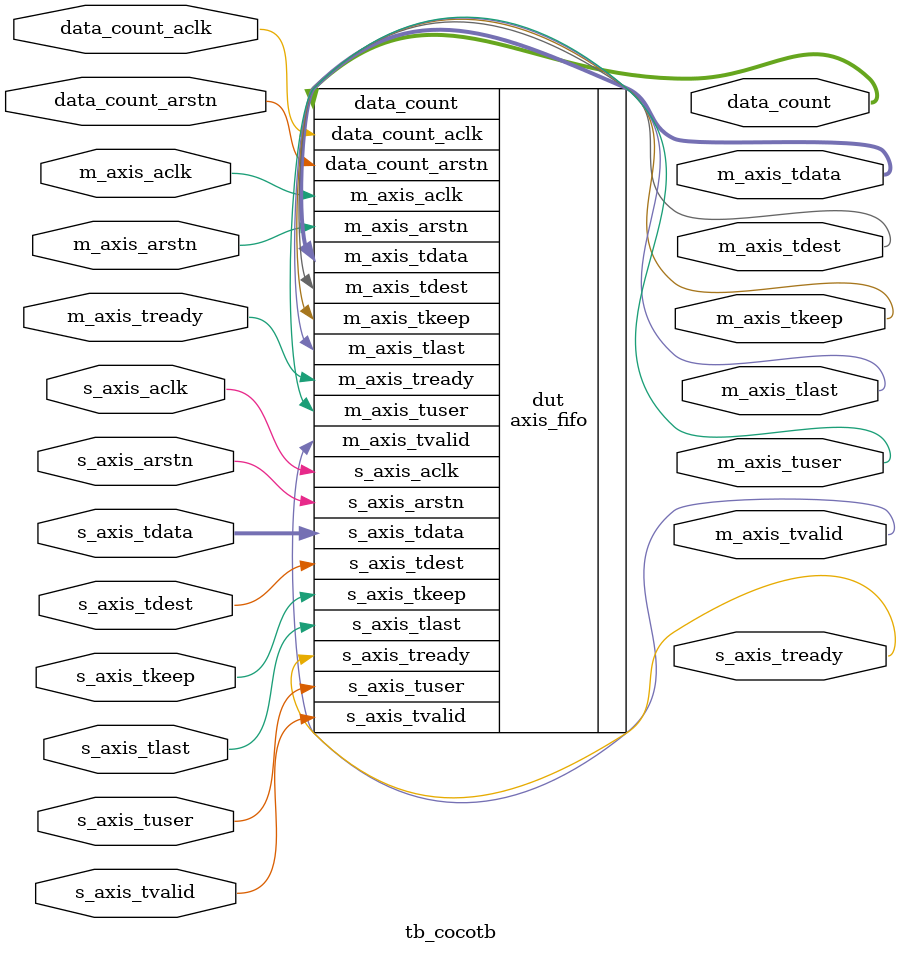
<source format=v>

`timescale 1ns/100ps

/*
 * Module: tb_cocotb
 *
 * Test bench for axis_fifo. This will run a file through the system
 * and write its output. These can then be compared to check for errors.
 * If the files are identical, no errors. A FST file will be written.
 *
 * Parameters:
 *
 *    FIFO_DEPTH  - Depth of the fifo, must be a power of two number(divisable aka 256 = 2^8). Any non-power of two will be rounded up to the next closest.
 *    COUNT_WIDTH - Data count output width in bits. Should be the same power of two as fifo depth(256 for fifo depth... this should be 8).
 *    BUS_WIDTH   - Width of the axis data bus input/output in bytes.
 *    USER_WIDTH  - Width of the axis user bus input/output in bits.
 *    DEST_WIDTH  - Width of the axis dest bus input/output in bits.
 *    RAM_TYPE    - RAM type setting.
 *    PACKET_MODE - Set axis fifo to wait for tlast before allowing a read on master port output.
 *    COUNT_DELAY - Delay count by one clock cycle of the data count clock.
 *    COUNT_ENA   - Enable count, set this to 0 to disable (only disable if read/write/data_count are on the same clock domain!).
 *
 * Ports:
 *
 *    m_axis_aclk       - Clock for AXIS
 *    m_axis_arstn      - Negative reset for AXIS
 *    m_axis_tvalid     - When active high the output data is valid
 *    m_axis_tready     - When set active high the output device is ready for data.
 *    m_axis_tdata      - Output data
 *    m_axis_tkeep      - Output valid byte indicator
 *    m_axis_tlast      - Indicates last word in stream.
 *    m_axis_tuser      - Output user bus
 *    m_axis_tdest      - Output destination
 *    s_axis_aclk       - Clock for AXIS
 *    s_axis_arstn      - Negative reset for AXIS
 *    s_axis_tvalid     - When set active high the input data is valid
 *    s_axis_tready     - When active high the device is ready for input data.
 *    s_axis_tdata      - Input data
 *    s_axis_tkeep      - Input valid byte indicator
 *    s_axis_tlast      - Is this the last word in the stream (active high).
 *    s_axis_tuser      - Input user bus
 *    s_axis_tdest      - Input desitination
 *    data_count_aclk   - Clock for data count
 *    data_count_arstn  - Negative edge reset for data count.
 *    data_count        - Output that indicates the amount of data in the FIFO.
 */
module tb_cocotb #(
    parameter FIFO_DEPTH  = 256,
    parameter COUNT_WIDTH = 8,
    parameter BUS_WIDTH   = 1,
    parameter USER_WIDTH  = 1,
    parameter DEST_WIDTH  = 1,
    parameter RAM_TYPE    = "block",
    parameter PACKET_MODE = 0,
    parameter COUNT_DELAY = 1,
    parameter COUNT_ENA   = 1
  )
  (
    input                       m_axis_aclk,
    input                       m_axis_arstn,
    output                      m_axis_tvalid,
    input                       m_axis_tready,
    output  [(BUS_WIDTH*8)-1:0] m_axis_tdata,
    output  [BUS_WIDTH-1:0]     m_axis_tkeep,
    output                      m_axis_tlast,
    output  [USER_WIDTH-1:0]    m_axis_tuser,
    output  [DEST_WIDTH-1:0]    m_axis_tdest,
    input                       s_axis_aclk,
    input                       s_axis_arstn,
    input                       s_axis_tvalid,
    output                      s_axis_tready,
    input   [(BUS_WIDTH*8)-1:0] s_axis_tdata,
    input   [BUS_WIDTH-1:0]     s_axis_tkeep,
    input                       s_axis_tlast,
    input   [USER_WIDTH-1:0]    s_axis_tuser,
    input   [DEST_WIDTH-1:0]    s_axis_tdest,
    input                       data_count_aclk,
    input                       data_count_arstn,
    output  [COUNT_WIDTH:0]     data_count
  );
  // fst dump command
  initial begin
    $dumpfile ("tb_cocotb.fst");
    $dumpvars (0, tb_cocotb);
    #1;
  end
  
  //Group: Instantiated Modules

  /*
   * Module: dut
   *
   * Device under test, axis_fifo
   */
  axis_fifo #(
    .FIFO_DEPTH(FIFO_DEPTH),
    .COUNT_WIDTH(COUNT_WIDTH),
    .BUS_WIDTH(BUS_WIDTH),
    .USER_WIDTH(USER_WIDTH),
    .DEST_WIDTH(DEST_WIDTH),
    .RAM_TYPE(RAM_TYPE),
    .PACKET_MODE(PACKET_MODE),
    .COUNT_DELAY(COUNT_DELAY),
    .COUNT_ENA(COUNT_ENA)
  ) dut (
    .s_axis_aclk(s_axis_aclk),
    .s_axis_arstn(s_axis_arstn),
    .s_axis_tvalid(s_axis_tvalid),
    .s_axis_tready(s_axis_tready),
    .s_axis_tdata(s_axis_tdata),
    .s_axis_tkeep(s_axis_tkeep),
    .s_axis_tlast(s_axis_tlast),
    .s_axis_tuser(s_axis_tuser),
    .s_axis_tdest(s_axis_tdest),
    .m_axis_aclk(m_axis_aclk),
    .m_axis_arstn(m_axis_arstn),
    .m_axis_tvalid(m_axis_tvalid),
    .m_axis_tready(m_axis_tready),
    .m_axis_tdata(m_axis_tdata),
    .m_axis_tkeep(m_axis_tkeep),
    .m_axis_tlast(m_axis_tlast),
    .m_axis_tuser(m_axis_tuser),
    .m_axis_tdest(m_axis_tdest),
    .data_count_aclk(data_count_aclk),
    .data_count_arstn(data_count_arstn),
    .data_count(data_count)
  );
  
endmodule


</source>
